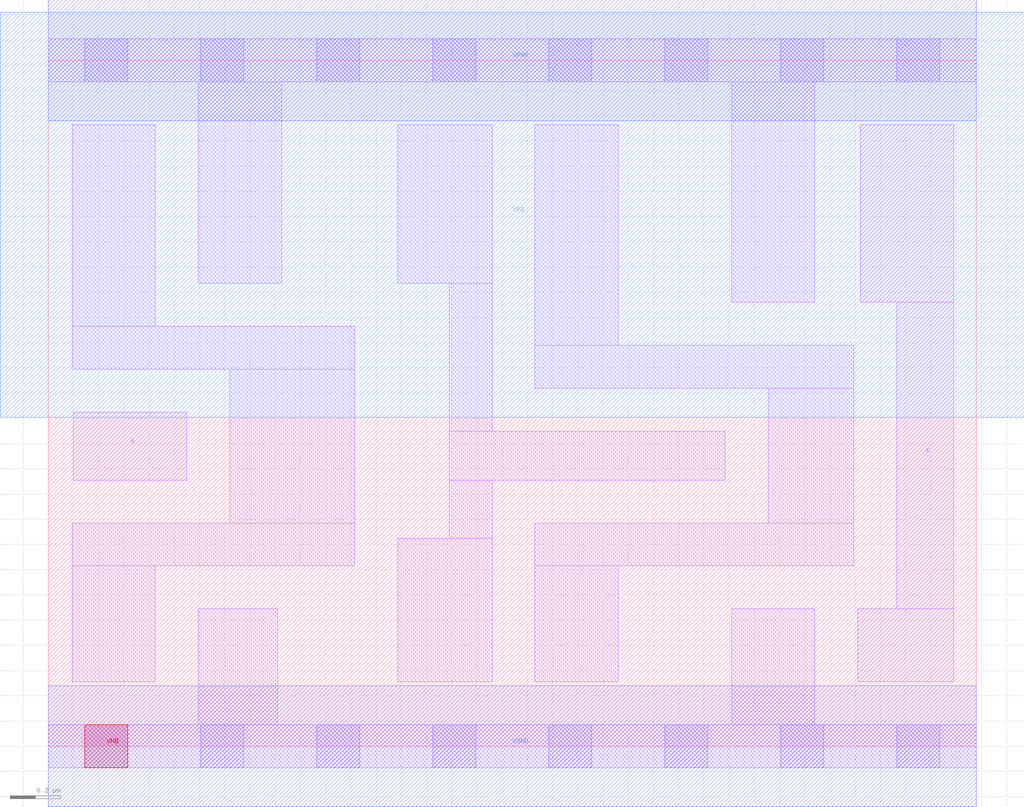
<source format=lef>
# Copyright 2020 The SkyWater PDK Authors
#
# Licensed under the Apache License, Version 2.0 (the "License");
# you may not use this file except in compliance with the License.
# You may obtain a copy of the License at
#
#     https://www.apache.org/licenses/LICENSE-2.0
#
# Unless required by applicable law or agreed to in writing, software
# distributed under the License is distributed on an "AS IS" BASIS,
# WITHOUT WARRANTIES OR CONDITIONS OF ANY KIND, either express or implied.
# See the License for the specific language governing permissions and
# limitations under the License.
#
# SPDX-License-Identifier: Apache-2.0

VERSION 5.7 ;
  NOWIREEXTENSIONATPIN ON ;
  DIVIDERCHAR "/" ;
  BUSBITCHARS "[]" ;
MACRO sky130_fd_sc_hd__clkdlybuf4s18_1
  CLASS CORE ;
  FOREIGN sky130_fd_sc_hd__clkdlybuf4s18_1 ;
  ORIGIN  0.000000  0.000000 ;
  SIZE  3.680000 BY  2.720000 ;
  SYMMETRY X Y R90 ;
  SITE unithd ;
  PIN A
    ANTENNAGATEAREA  0.213000 ;
    DIRECTION INPUT ;
    USE SIGNAL ;
    PORT
      LAYER li1 ;
        RECT 0.100000 1.055000 0.550000 1.325000 ;
    END
  END A
  PIN VNB
    PORT
      LAYER pwell ;
        RECT 0.145000 -0.085000 0.315000 0.085000 ;
    END
  END VNB
  PIN VPB
    PORT
      LAYER nwell ;
        RECT -0.190000 1.305000 3.870000 2.910000 ;
    END
  END VPB
  PIN X
    ANTENNADIFFAREA  0.376300 ;
    DIRECTION OUTPUT ;
    USE SIGNAL ;
    PORT
      LAYER li1 ;
        RECT 3.210000 0.255000 3.590000 0.545000 ;
        RECT 3.220000 1.760000 3.590000 2.465000 ;
        RECT 3.365000 0.545000 3.590000 1.760000 ;
    END
  END X
  PIN VGND
    DIRECTION INOUT ;
    SHAPE ABUTMENT ;
    USE GROUND ;
    PORT
      LAYER met1 ;
        RECT 0.000000 -0.240000 3.680000 0.240000 ;
    END
  END VGND
  PIN VPWR
    DIRECTION INOUT ;
    SHAPE ABUTMENT ;
    USE POWER ;
    PORT
      LAYER met1 ;
        RECT 0.000000 2.480000 3.680000 2.960000 ;
    END
  END VPWR
  OBS
    LAYER li1 ;
      RECT 0.000000 -0.085000 3.680000 0.085000 ;
      RECT 0.000000  2.635000 3.680000 2.805000 ;
      RECT 0.095000  0.255000 0.425000 0.715000 ;
      RECT 0.095000  0.715000 1.215000 0.885000 ;
      RECT 0.095000  1.495000 1.215000 1.665000 ;
      RECT 0.095000  1.665000 0.425000 2.465000 ;
      RECT 0.595000  0.085000 0.910000 0.545000 ;
      RECT 0.595000  1.835000 0.925000 2.635000 ;
      RECT 0.720000  0.885000 1.215000 1.495000 ;
      RECT 1.385000  0.255000 1.760000 0.825000 ;
      RECT 1.385000  1.835000 1.760000 2.465000 ;
      RECT 1.590000  0.825000 1.760000 1.055000 ;
      RECT 1.590000  1.055000 2.685000 1.250000 ;
      RECT 1.590000  1.250000 1.760000 1.835000 ;
      RECT 1.930000  0.255000 2.260000 0.715000 ;
      RECT 1.930000  0.715000 3.195000 0.885000 ;
      RECT 1.930000  1.420000 3.195000 1.590000 ;
      RECT 1.930000  1.590000 2.260000 2.465000 ;
      RECT 2.710000  0.085000 3.040000 0.545000 ;
      RECT 2.710000  1.760000 3.040000 2.635000 ;
      RECT 2.855000  0.885000 3.195000 1.420000 ;
    LAYER mcon ;
      RECT 0.145000 -0.085000 0.315000 0.085000 ;
      RECT 0.145000  2.635000 0.315000 2.805000 ;
      RECT 0.605000 -0.085000 0.775000 0.085000 ;
      RECT 0.605000  2.635000 0.775000 2.805000 ;
      RECT 1.065000 -0.085000 1.235000 0.085000 ;
      RECT 1.065000  2.635000 1.235000 2.805000 ;
      RECT 1.525000 -0.085000 1.695000 0.085000 ;
      RECT 1.525000  2.635000 1.695000 2.805000 ;
      RECT 1.985000 -0.085000 2.155000 0.085000 ;
      RECT 1.985000  2.635000 2.155000 2.805000 ;
      RECT 2.445000 -0.085000 2.615000 0.085000 ;
      RECT 2.445000  2.635000 2.615000 2.805000 ;
      RECT 2.905000 -0.085000 3.075000 0.085000 ;
      RECT 2.905000  2.635000 3.075000 2.805000 ;
      RECT 3.365000 -0.085000 3.535000 0.085000 ;
      RECT 3.365000  2.635000 3.535000 2.805000 ;
  END
END sky130_fd_sc_hd__clkdlybuf4s18_1
END LIBRARY

</source>
